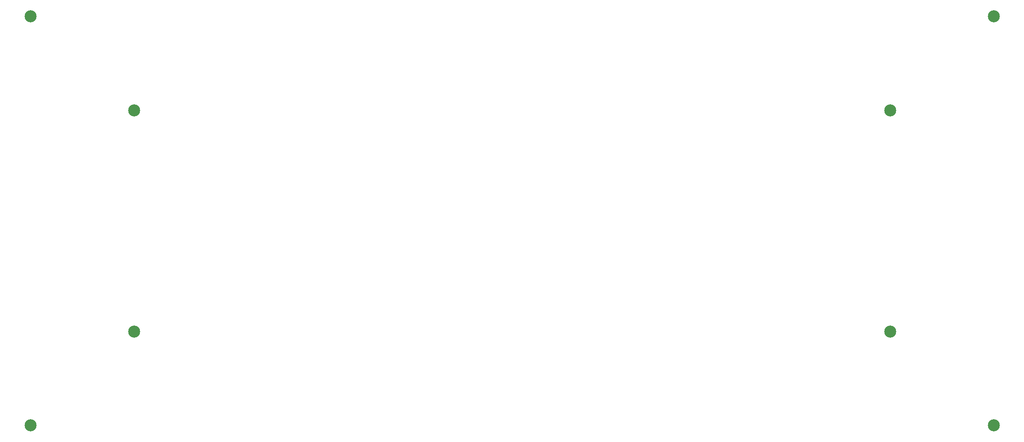
<source format=gts>
G04 #@! TF.GenerationSoftware,KiCad,Pcbnew,8.0.5*
G04 #@! TF.CreationDate,2024-11-13T13:26:37+03:00*
G04 #@! TF.ProjectId,Bottom,426f7474-6f6d-42e6-9b69-6361645f7063,rev?*
G04 #@! TF.SameCoordinates,Original*
G04 #@! TF.FileFunction,Soldermask,Top*
G04 #@! TF.FilePolarity,Negative*
%FSLAX46Y46*%
G04 Gerber Fmt 4.6, Leading zero omitted, Abs format (unit mm)*
G04 Created by KiCad (PCBNEW 8.0.5) date 2024-11-13 13:26:37*
%MOMM*%
%LPD*%
G01*
G04 APERTURE LIST*
%ADD10C,2.500000*%
G04 APERTURE END LIST*
D10*
X48501100Y-147503600D03*
X48501100Y-62503600D03*
X248501100Y-147503600D03*
X248501100Y-62503600D03*
X70001100Y-82003600D03*
X227001100Y-82003600D03*
X227001100Y-128003600D03*
X70001100Y-128003600D03*
M02*

</source>
